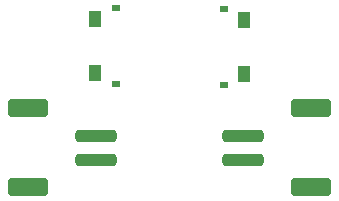
<source format=gtp>
G04 #@! TF.GenerationSoftware,KiCad,Pcbnew,(6.0.9-0)*
G04 #@! TF.CreationDate,2022-12-17T09:40:30-06:00*
G04 #@! TF.ProjectId,cho-corne-ice,63686f2d-636f-4726-9e65-2d6963652e6b,v0.2*
G04 #@! TF.SameCoordinates,Original*
G04 #@! TF.FileFunction,Paste,Top*
G04 #@! TF.FilePolarity,Positive*
%FSLAX46Y46*%
G04 Gerber Fmt 4.6, Leading zero omitted, Abs format (unit mm)*
G04 Created by KiCad (PCBNEW (6.0.9-0)) date 2022-12-17 09:40:30*
%MOMM*%
%LPD*%
G01*
G04 APERTURE LIST*
G04 Aperture macros list*
%AMRoundRect*
0 Rectangle with rounded corners*
0 $1 Rounding radius*
0 $2 $3 $4 $5 $6 $7 $8 $9 X,Y pos of 4 corners*
0 Add a 4 corners polygon primitive as box body*
4,1,4,$2,$3,$4,$5,$6,$7,$8,$9,$2,$3,0*
0 Add four circle primitives for the rounded corners*
1,1,$1+$1,$2,$3*
1,1,$1+$1,$4,$5*
1,1,$1+$1,$6,$7*
1,1,$1+$1,$8,$9*
0 Add four rect primitives between the rounded corners*
20,1,$1+$1,$2,$3,$4,$5,0*
20,1,$1+$1,$4,$5,$6,$7,0*
20,1,$1+$1,$6,$7,$8,$9,0*
20,1,$1+$1,$8,$9,$2,$3,0*%
G04 Aperture macros list end*
%ADD10R,0.800000X0.600000*%
%ADD11R,1.050000X1.450000*%
%ADD12RoundRect,0.250000X-1.500000X0.250000X-1.500000X-0.250000X1.500000X-0.250000X1.500000X0.250000X0*%
%ADD13RoundRect,0.250001X-1.449999X0.499999X-1.449999X-0.499999X1.449999X-0.499999X1.449999X0.499999X0*%
%ADD14RoundRect,0.250000X1.500000X-0.250000X1.500000X0.250000X-1.500000X0.250000X-1.500000X-0.250000X0*%
%ADD15RoundRect,0.250001X1.449999X-0.499999X1.449999X0.499999X-1.449999X0.499999X-1.449999X-0.499999X0*%
G04 APERTURE END LIST*
D10*
X143882500Y-70405000D03*
X143882500Y-64005000D03*
D11*
X142157500Y-64930000D03*
X142157500Y-69480000D03*
D10*
X153007500Y-70455000D03*
X153007500Y-64055000D03*
D11*
X154732500Y-69530000D03*
X154732500Y-64980000D03*
D12*
X142210500Y-74812000D03*
X142210500Y-76812000D03*
D13*
X136460500Y-72462000D03*
X136460500Y-79162000D03*
D14*
X154671500Y-76812000D03*
X154671500Y-74812000D03*
D15*
X160421500Y-72462000D03*
X160421500Y-79162000D03*
M02*

</source>
